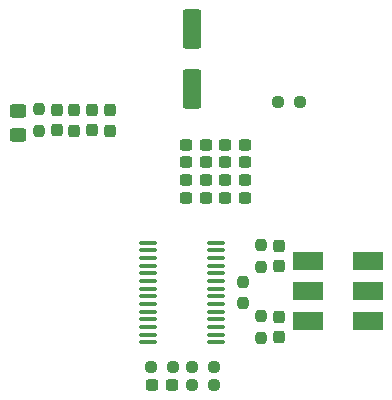
<source format=gtp>
G04 #@! TF.GenerationSoftware,KiCad,Pcbnew,8.0.6*
G04 #@! TF.CreationDate,2025-01-01T01:36:39-07:00*
G04 #@! TF.ProjectId,AD9744 Ersatz Eval Board Rev. A,41443937-3434-4204-9572-7361747a2045,rev?*
G04 #@! TF.SameCoordinates,Original*
G04 #@! TF.FileFunction,Paste,Top*
G04 #@! TF.FilePolarity,Positive*
%FSLAX46Y46*%
G04 Gerber Fmt 4.6, Leading zero omitted, Abs format (unit mm)*
G04 Created by KiCad (PCBNEW 8.0.6) date 2025-01-01 01:36:39*
%MOMM*%
%LPD*%
G01*
G04 APERTURE LIST*
G04 Aperture macros list*
%AMRoundRect*
0 Rectangle with rounded corners*
0 $1 Rounding radius*
0 $2 $3 $4 $5 $6 $7 $8 $9 X,Y pos of 4 corners*
0 Add a 4 corners polygon primitive as box body*
4,1,4,$2,$3,$4,$5,$6,$7,$8,$9,$2,$3,0*
0 Add four circle primitives for the rounded corners*
1,1,$1+$1,$2,$3*
1,1,$1+$1,$4,$5*
1,1,$1+$1,$6,$7*
1,1,$1+$1,$8,$9*
0 Add four rect primitives between the rounded corners*
20,1,$1+$1,$2,$3,$4,$5,0*
20,1,$1+$1,$4,$5,$6,$7,0*
20,1,$1+$1,$6,$7,$8,$9,0*
20,1,$1+$1,$8,$9,$2,$3,0*%
G04 Aperture macros list end*
%ADD10RoundRect,0.237500X0.250000X0.237500X-0.250000X0.237500X-0.250000X-0.237500X0.250000X-0.237500X0*%
%ADD11RoundRect,0.237500X0.300000X0.237500X-0.300000X0.237500X-0.300000X-0.237500X0.300000X-0.237500X0*%
%ADD12RoundRect,0.237500X-0.237500X0.300000X-0.237500X-0.300000X0.237500X-0.300000X0.237500X0.300000X0*%
%ADD13RoundRect,0.237500X-0.250000X-0.237500X0.250000X-0.237500X0.250000X0.237500X-0.250000X0.237500X0*%
%ADD14RoundRect,0.237500X-0.300000X-0.237500X0.300000X-0.237500X0.300000X0.237500X-0.300000X0.237500X0*%
%ADD15RoundRect,0.237500X-0.237500X0.287500X-0.237500X-0.287500X0.237500X-0.287500X0.237500X0.287500X0*%
%ADD16R,2.540000X1.650000*%
%ADD17RoundRect,0.237500X-0.237500X0.250000X-0.237500X-0.250000X0.237500X-0.250000X0.237500X0.250000X0*%
%ADD18RoundRect,0.237500X0.237500X-0.250000X0.237500X0.250000X-0.237500X0.250000X-0.237500X-0.250000X0*%
%ADD19RoundRect,0.250000X-0.450000X0.325000X-0.450000X-0.325000X0.450000X-0.325000X0.450000X0.325000X0*%
%ADD20RoundRect,0.100000X-0.637500X-0.100000X0.637500X-0.100000X0.637500X0.100000X-0.637500X0.100000X0*%
%ADD21RoundRect,0.250000X0.550000X-1.412500X0.550000X1.412500X-0.550000X1.412500X-0.550000X-1.412500X0*%
%ADD22RoundRect,0.237500X0.237500X-0.300000X0.237500X0.300000X-0.237500X0.300000X-0.237500X-0.300000X0*%
G04 APERTURE END LIST*
D10*
X140100000Y-116340000D03*
X138275000Y-116340000D03*
D11*
X139435000Y-97500000D03*
X137710000Y-97500000D03*
D12*
X126775000Y-94575000D03*
X126775000Y-96300000D03*
D13*
X134775000Y-116340000D03*
X136600000Y-116340000D03*
D14*
X141010000Y-100500000D03*
X142735000Y-100500000D03*
D15*
X128275000Y-94562500D03*
X128275000Y-96312500D03*
D12*
X129775000Y-94575000D03*
X129775000Y-96300000D03*
D16*
X153155000Y-112450000D03*
X153155000Y-109910000D03*
X153155000Y-107370000D03*
X148075000Y-107370000D03*
X148075000Y-109910000D03*
X148075000Y-112450000D03*
D14*
X141010000Y-97500000D03*
X142735000Y-97500000D03*
D17*
X125275000Y-94525000D03*
X125275000Y-96350000D03*
D18*
X144075000Y-107862500D03*
X144075000Y-106037500D03*
D10*
X140100000Y-117840000D03*
X138275000Y-117840000D03*
D17*
X144075000Y-112037500D03*
X144075000Y-113862500D03*
D15*
X131275000Y-94562500D03*
X131275000Y-96312500D03*
D11*
X139435000Y-99000000D03*
X137710000Y-99000000D03*
X139435000Y-100500000D03*
X137710000Y-100500000D03*
D14*
X141010000Y-99000000D03*
X142735000Y-99000000D03*
D19*
X123475000Y-94675000D03*
X123475000Y-96725000D03*
D17*
X142575000Y-109125000D03*
X142575000Y-110950000D03*
D20*
X134550000Y-105800000D03*
X134550000Y-106450000D03*
X134550000Y-107100000D03*
X134550000Y-107750000D03*
X134550000Y-108400000D03*
X134550000Y-109050000D03*
X134550000Y-109700000D03*
X134550000Y-110350000D03*
X134550000Y-111000000D03*
X134550000Y-111650000D03*
X134550000Y-112300000D03*
X134550000Y-112950000D03*
X134550000Y-113600000D03*
X134550000Y-114250000D03*
X140275000Y-114250000D03*
X140275000Y-113600000D03*
X140275000Y-112950000D03*
X140275000Y-112300000D03*
X140275000Y-111650000D03*
X140275000Y-111000000D03*
X140275000Y-110350000D03*
X140275000Y-109700000D03*
X140275000Y-109050000D03*
X140275000Y-108400000D03*
X140275000Y-107750000D03*
X140275000Y-107100000D03*
X140275000Y-106450000D03*
X140275000Y-105800000D03*
D21*
X138275000Y-92800000D03*
X138275000Y-87725000D03*
D14*
X134825000Y-117840000D03*
X136550000Y-117840000D03*
D22*
X145575000Y-107812500D03*
X145575000Y-106087500D03*
D10*
X147387500Y-93900000D03*
X145562500Y-93900000D03*
D14*
X141012500Y-102000000D03*
X142737500Y-102000000D03*
D11*
X139435000Y-102000000D03*
X137710000Y-102000000D03*
D12*
X145575000Y-112087500D03*
X145575000Y-113812500D03*
M02*

</source>
